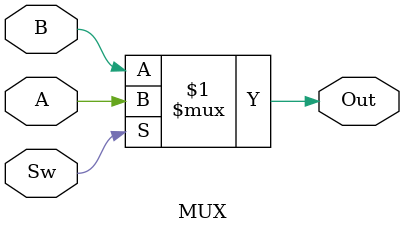
<source format=v>
module MUX(A, B, Sw, Out);
   parameter n = 1;
   
   input [n-1:0] A;
   input [n-1:0] B;
   
   input         Sw;
   
   output [n-1:0] Out;
   
   assign Out = Sw ? A : B;
   
endmodule // MUX

</source>
